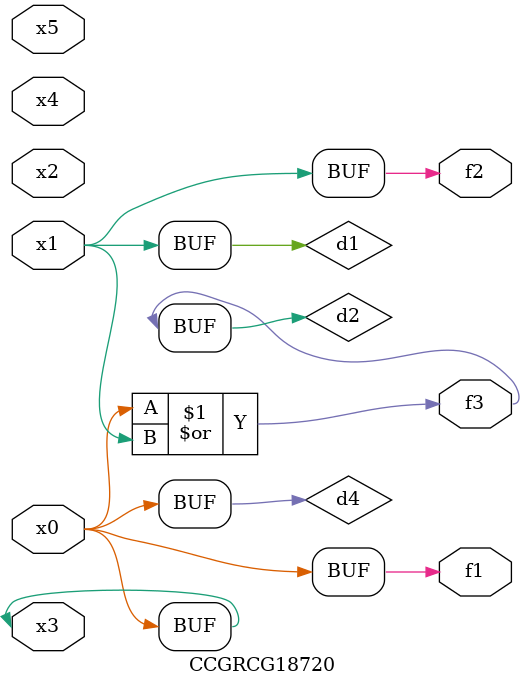
<source format=v>
module CCGRCG18720(
	input x0, x1, x2, x3, x4, x5,
	output f1, f2, f3
);

	wire d1, d2, d3, d4;

	and (d1, x1);
	or (d2, x0, x1);
	nand (d3, x0, x5);
	buf (d4, x0, x3);
	assign f1 = d4;
	assign f2 = d1;
	assign f3 = d2;
endmodule

</source>
